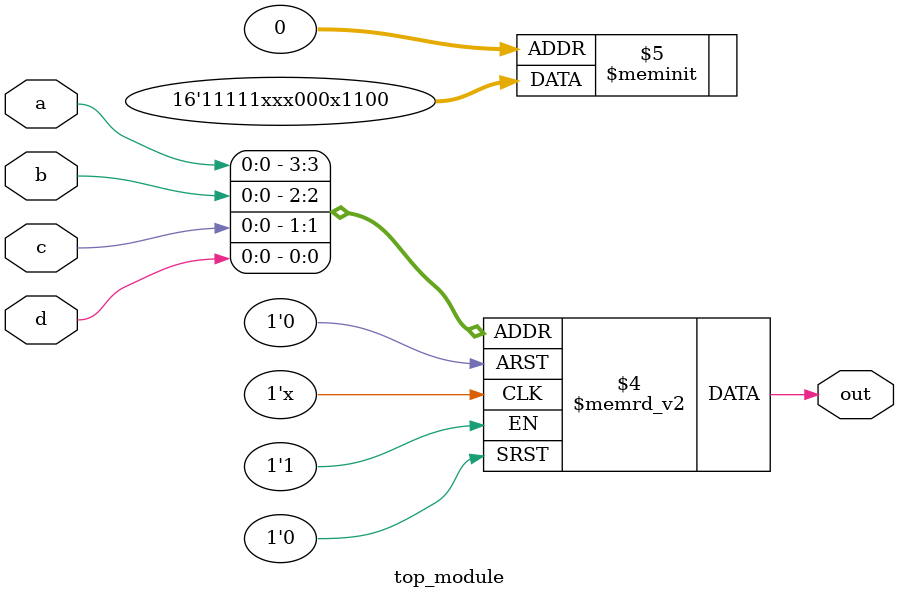
<source format=sv>
module top_module (
    input a, 
    input b,
    input c,
    input d,
    output reg out
);
    
always @(*) begin
    case ({a, b, c, d})
        4'b0000, 4'b0001, 4'b0101, 4'b0110, 4'b0111:
            out = 1'b0;
        4'b0011, 4'b0010, 4'b1100, 4'b1011:
            out = 1'b1;
        4'b0100, 4'b1001, 4'b1010, 4'b1000:
            out = 1'bx;
        default:
            out = 1'b1;
    endcase
end

endmodule

</source>
